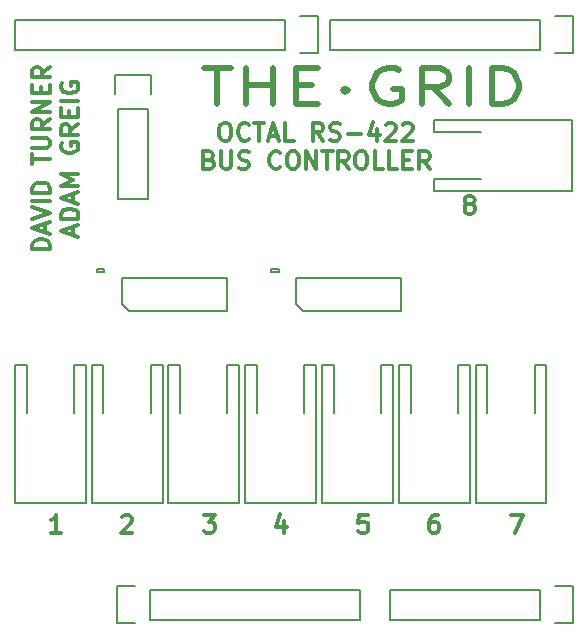
<source format=gto>
G04 #@! TF.FileFunction,Legend,Top*
%FSLAX46Y46*%
G04 Gerber Fmt 4.6, Leading zero omitted, Abs format (unit mm)*
G04 Created by KiCad (PCBNEW 4.0.2-4+6225~38~ubuntu15.10.1-stable) date Mon 28 Mar 2016 15:26:53 BST*
%MOMM*%
G01*
G04 APERTURE LIST*
%ADD10C,0.100000*%
%ADD11C,0.300000*%
%ADD12C,0.500000*%
%ADD13C,0.150000*%
G04 APERTURE END LIST*
D10*
D11*
X101857144Y-77821429D02*
X101714286Y-77750000D01*
X101642858Y-77678571D01*
X101571429Y-77535714D01*
X101571429Y-77464286D01*
X101642858Y-77321429D01*
X101714286Y-77250000D01*
X101857144Y-77178571D01*
X102142858Y-77178571D01*
X102285715Y-77250000D01*
X102357144Y-77321429D01*
X102428572Y-77464286D01*
X102428572Y-77535714D01*
X102357144Y-77678571D01*
X102285715Y-77750000D01*
X102142858Y-77821429D01*
X101857144Y-77821429D01*
X101714286Y-77892857D01*
X101642858Y-77964286D01*
X101571429Y-78107143D01*
X101571429Y-78392857D01*
X101642858Y-78535714D01*
X101714286Y-78607143D01*
X101857144Y-78678571D01*
X102142858Y-78678571D01*
X102285715Y-78607143D01*
X102357144Y-78535714D01*
X102428572Y-78392857D01*
X102428572Y-78107143D01*
X102357144Y-77964286D01*
X102285715Y-77892857D01*
X102142858Y-77821429D01*
X105500001Y-104178571D02*
X106500001Y-104178571D01*
X105857144Y-105678571D01*
X99285715Y-104178571D02*
X99000001Y-104178571D01*
X98857144Y-104250000D01*
X98785715Y-104321429D01*
X98642858Y-104535714D01*
X98571429Y-104821429D01*
X98571429Y-105392857D01*
X98642858Y-105535714D01*
X98714286Y-105607143D01*
X98857144Y-105678571D01*
X99142858Y-105678571D01*
X99285715Y-105607143D01*
X99357144Y-105535714D01*
X99428572Y-105392857D01*
X99428572Y-105035714D01*
X99357144Y-104892857D01*
X99285715Y-104821429D01*
X99142858Y-104750000D01*
X98857144Y-104750000D01*
X98714286Y-104821429D01*
X98642858Y-104892857D01*
X98571429Y-105035714D01*
X93357144Y-104178571D02*
X92642858Y-104178571D01*
X92571429Y-104892857D01*
X92642858Y-104821429D01*
X92785715Y-104750000D01*
X93142858Y-104750000D01*
X93285715Y-104821429D01*
X93357144Y-104892857D01*
X93428572Y-105035714D01*
X93428572Y-105392857D01*
X93357144Y-105535714D01*
X93285715Y-105607143D01*
X93142858Y-105678571D01*
X92785715Y-105678571D01*
X92642858Y-105607143D01*
X92571429Y-105535714D01*
X86285715Y-104678571D02*
X86285715Y-105678571D01*
X85928572Y-104107143D02*
X85571429Y-105178571D01*
X86500001Y-105178571D01*
X79500001Y-104178571D02*
X80428572Y-104178571D01*
X79928572Y-104750000D01*
X80142858Y-104750000D01*
X80285715Y-104821429D01*
X80357144Y-104892857D01*
X80428572Y-105035714D01*
X80428572Y-105392857D01*
X80357144Y-105535714D01*
X80285715Y-105607143D01*
X80142858Y-105678571D01*
X79714286Y-105678571D01*
X79571429Y-105607143D01*
X79500001Y-105535714D01*
X72571429Y-104321429D02*
X72642858Y-104250000D01*
X72785715Y-104178571D01*
X73142858Y-104178571D01*
X73285715Y-104250000D01*
X73357144Y-104321429D01*
X73428572Y-104464286D01*
X73428572Y-104607143D01*
X73357144Y-104821429D01*
X72500001Y-105678571D01*
X73428572Y-105678571D01*
X67428572Y-105678571D02*
X66571429Y-105678571D01*
X67000001Y-105678571D02*
X67000001Y-104178571D01*
X66857144Y-104392857D01*
X66714286Y-104535714D01*
X66571429Y-104607143D01*
X66478571Y-81678571D02*
X64978571Y-81678571D01*
X64978571Y-81321428D01*
X65050000Y-81107143D01*
X65192857Y-80964285D01*
X65335714Y-80892857D01*
X65621429Y-80821428D01*
X65835714Y-80821428D01*
X66121429Y-80892857D01*
X66264286Y-80964285D01*
X66407143Y-81107143D01*
X66478571Y-81321428D01*
X66478571Y-81678571D01*
X66050000Y-80250000D02*
X66050000Y-79535714D01*
X66478571Y-80392857D02*
X64978571Y-79892857D01*
X66478571Y-79392857D01*
X64978571Y-79107143D02*
X66478571Y-78607143D01*
X64978571Y-78107143D01*
X66478571Y-77607143D02*
X64978571Y-77607143D01*
X66478571Y-76892857D02*
X64978571Y-76892857D01*
X64978571Y-76535714D01*
X65050000Y-76321429D01*
X65192857Y-76178571D01*
X65335714Y-76107143D01*
X65621429Y-76035714D01*
X65835714Y-76035714D01*
X66121429Y-76107143D01*
X66264286Y-76178571D01*
X66407143Y-76321429D01*
X66478571Y-76535714D01*
X66478571Y-76892857D01*
X64978571Y-74464286D02*
X64978571Y-73607143D01*
X66478571Y-74035714D02*
X64978571Y-74035714D01*
X64978571Y-73107143D02*
X66192857Y-73107143D01*
X66335714Y-73035715D01*
X66407143Y-72964286D01*
X66478571Y-72821429D01*
X66478571Y-72535715D01*
X66407143Y-72392857D01*
X66335714Y-72321429D01*
X66192857Y-72250000D01*
X64978571Y-72250000D01*
X66478571Y-70678571D02*
X65764286Y-71178571D01*
X66478571Y-71535714D02*
X64978571Y-71535714D01*
X64978571Y-70964286D01*
X65050000Y-70821428D01*
X65121429Y-70750000D01*
X65264286Y-70678571D01*
X65478571Y-70678571D01*
X65621429Y-70750000D01*
X65692857Y-70821428D01*
X65764286Y-70964286D01*
X65764286Y-71535714D01*
X66478571Y-70035714D02*
X64978571Y-70035714D01*
X66478571Y-69178571D01*
X64978571Y-69178571D01*
X65692857Y-68464285D02*
X65692857Y-67964285D01*
X66478571Y-67749999D02*
X66478571Y-68464285D01*
X64978571Y-68464285D01*
X64978571Y-67749999D01*
X66478571Y-66249999D02*
X65764286Y-66749999D01*
X66478571Y-67107142D02*
X64978571Y-67107142D01*
X64978571Y-66535714D01*
X65050000Y-66392856D01*
X65121429Y-66321428D01*
X65264286Y-66249999D01*
X65478571Y-66249999D01*
X65621429Y-66321428D01*
X65692857Y-66392856D01*
X65764286Y-66535714D01*
X65764286Y-67107142D01*
X68450000Y-80464286D02*
X68450000Y-79750000D01*
X68878571Y-80607143D02*
X67378571Y-80107143D01*
X68878571Y-79607143D01*
X68878571Y-79107143D02*
X67378571Y-79107143D01*
X67378571Y-78750000D01*
X67450000Y-78535715D01*
X67592857Y-78392857D01*
X67735714Y-78321429D01*
X68021429Y-78250000D01*
X68235714Y-78250000D01*
X68521429Y-78321429D01*
X68664286Y-78392857D01*
X68807143Y-78535715D01*
X68878571Y-78750000D01*
X68878571Y-79107143D01*
X68450000Y-77678572D02*
X68450000Y-76964286D01*
X68878571Y-77821429D02*
X67378571Y-77321429D01*
X68878571Y-76821429D01*
X68878571Y-76321429D02*
X67378571Y-76321429D01*
X68450000Y-75821429D01*
X67378571Y-75321429D01*
X68878571Y-75321429D01*
X67450000Y-72678572D02*
X67378571Y-72821429D01*
X67378571Y-73035715D01*
X67450000Y-73250000D01*
X67592857Y-73392858D01*
X67735714Y-73464286D01*
X68021429Y-73535715D01*
X68235714Y-73535715D01*
X68521429Y-73464286D01*
X68664286Y-73392858D01*
X68807143Y-73250000D01*
X68878571Y-73035715D01*
X68878571Y-72892858D01*
X68807143Y-72678572D01*
X68735714Y-72607143D01*
X68235714Y-72607143D01*
X68235714Y-72892858D01*
X68878571Y-71107143D02*
X68164286Y-71607143D01*
X68878571Y-71964286D02*
X67378571Y-71964286D01*
X67378571Y-71392858D01*
X67450000Y-71250000D01*
X67521429Y-71178572D01*
X67664286Y-71107143D01*
X67878571Y-71107143D01*
X68021429Y-71178572D01*
X68092857Y-71250000D01*
X68164286Y-71392858D01*
X68164286Y-71964286D01*
X68092857Y-70464286D02*
X68092857Y-69964286D01*
X68878571Y-69750000D02*
X68878571Y-70464286D01*
X67378571Y-70464286D01*
X67378571Y-69750000D01*
X68878571Y-69107143D02*
X67378571Y-69107143D01*
X67450000Y-67607143D02*
X67378571Y-67750000D01*
X67378571Y-67964286D01*
X67450000Y-68178571D01*
X67592857Y-68321429D01*
X67735714Y-68392857D01*
X68021429Y-68464286D01*
X68235714Y-68464286D01*
X68521429Y-68392857D01*
X68664286Y-68321429D01*
X68807143Y-68178571D01*
X68878571Y-67964286D01*
X68878571Y-67821429D01*
X68807143Y-67607143D01*
X68735714Y-67535714D01*
X68235714Y-67535714D01*
X68235714Y-67821429D01*
X81178572Y-70978571D02*
X81464286Y-70978571D01*
X81607144Y-71050000D01*
X81750001Y-71192857D01*
X81821429Y-71478571D01*
X81821429Y-71978571D01*
X81750001Y-72264286D01*
X81607144Y-72407143D01*
X81464286Y-72478571D01*
X81178572Y-72478571D01*
X81035715Y-72407143D01*
X80892858Y-72264286D01*
X80821429Y-71978571D01*
X80821429Y-71478571D01*
X80892858Y-71192857D01*
X81035715Y-71050000D01*
X81178572Y-70978571D01*
X83321430Y-72335714D02*
X83250001Y-72407143D01*
X83035715Y-72478571D01*
X82892858Y-72478571D01*
X82678573Y-72407143D01*
X82535715Y-72264286D01*
X82464287Y-72121429D01*
X82392858Y-71835714D01*
X82392858Y-71621429D01*
X82464287Y-71335714D01*
X82535715Y-71192857D01*
X82678573Y-71050000D01*
X82892858Y-70978571D01*
X83035715Y-70978571D01*
X83250001Y-71050000D01*
X83321430Y-71121429D01*
X83750001Y-70978571D02*
X84607144Y-70978571D01*
X84178573Y-72478571D02*
X84178573Y-70978571D01*
X85035715Y-72050000D02*
X85750001Y-72050000D01*
X84892858Y-72478571D02*
X85392858Y-70978571D01*
X85892858Y-72478571D01*
X87107144Y-72478571D02*
X86392858Y-72478571D01*
X86392858Y-70978571D01*
X89607144Y-72478571D02*
X89107144Y-71764286D01*
X88750001Y-72478571D02*
X88750001Y-70978571D01*
X89321429Y-70978571D01*
X89464287Y-71050000D01*
X89535715Y-71121429D01*
X89607144Y-71264286D01*
X89607144Y-71478571D01*
X89535715Y-71621429D01*
X89464287Y-71692857D01*
X89321429Y-71764286D01*
X88750001Y-71764286D01*
X90178572Y-72407143D02*
X90392858Y-72478571D01*
X90750001Y-72478571D01*
X90892858Y-72407143D01*
X90964287Y-72335714D01*
X91035715Y-72192857D01*
X91035715Y-72050000D01*
X90964287Y-71907143D01*
X90892858Y-71835714D01*
X90750001Y-71764286D01*
X90464287Y-71692857D01*
X90321429Y-71621429D01*
X90250001Y-71550000D01*
X90178572Y-71407143D01*
X90178572Y-71264286D01*
X90250001Y-71121429D01*
X90321429Y-71050000D01*
X90464287Y-70978571D01*
X90821429Y-70978571D01*
X91035715Y-71050000D01*
X91678572Y-71907143D02*
X92821429Y-71907143D01*
X94178572Y-71478571D02*
X94178572Y-72478571D01*
X93821429Y-70907143D02*
X93464286Y-71978571D01*
X94392858Y-71978571D01*
X94892857Y-71121429D02*
X94964286Y-71050000D01*
X95107143Y-70978571D01*
X95464286Y-70978571D01*
X95607143Y-71050000D01*
X95678572Y-71121429D01*
X95750000Y-71264286D01*
X95750000Y-71407143D01*
X95678572Y-71621429D01*
X94821429Y-72478571D01*
X95750000Y-72478571D01*
X96321428Y-71121429D02*
X96392857Y-71050000D01*
X96535714Y-70978571D01*
X96892857Y-70978571D01*
X97035714Y-71050000D01*
X97107143Y-71121429D01*
X97178571Y-71264286D01*
X97178571Y-71407143D01*
X97107143Y-71621429D01*
X96250000Y-72478571D01*
X97178571Y-72478571D01*
X79964285Y-74092857D02*
X80178571Y-74164286D01*
X80249999Y-74235714D01*
X80321428Y-74378571D01*
X80321428Y-74592857D01*
X80249999Y-74735714D01*
X80178571Y-74807143D01*
X80035713Y-74878571D01*
X79464285Y-74878571D01*
X79464285Y-73378571D01*
X79964285Y-73378571D01*
X80107142Y-73450000D01*
X80178571Y-73521429D01*
X80249999Y-73664286D01*
X80249999Y-73807143D01*
X80178571Y-73950000D01*
X80107142Y-74021429D01*
X79964285Y-74092857D01*
X79464285Y-74092857D01*
X80964285Y-73378571D02*
X80964285Y-74592857D01*
X81035713Y-74735714D01*
X81107142Y-74807143D01*
X81249999Y-74878571D01*
X81535713Y-74878571D01*
X81678571Y-74807143D01*
X81749999Y-74735714D01*
X81821428Y-74592857D01*
X81821428Y-73378571D01*
X82464285Y-74807143D02*
X82678571Y-74878571D01*
X83035714Y-74878571D01*
X83178571Y-74807143D01*
X83250000Y-74735714D01*
X83321428Y-74592857D01*
X83321428Y-74450000D01*
X83250000Y-74307143D01*
X83178571Y-74235714D01*
X83035714Y-74164286D01*
X82750000Y-74092857D01*
X82607142Y-74021429D01*
X82535714Y-73950000D01*
X82464285Y-73807143D01*
X82464285Y-73664286D01*
X82535714Y-73521429D01*
X82607142Y-73450000D01*
X82750000Y-73378571D01*
X83107142Y-73378571D01*
X83321428Y-73450000D01*
X85964285Y-74735714D02*
X85892856Y-74807143D01*
X85678570Y-74878571D01*
X85535713Y-74878571D01*
X85321428Y-74807143D01*
X85178570Y-74664286D01*
X85107142Y-74521429D01*
X85035713Y-74235714D01*
X85035713Y-74021429D01*
X85107142Y-73735714D01*
X85178570Y-73592857D01*
X85321428Y-73450000D01*
X85535713Y-73378571D01*
X85678570Y-73378571D01*
X85892856Y-73450000D01*
X85964285Y-73521429D01*
X86892856Y-73378571D02*
X87178570Y-73378571D01*
X87321428Y-73450000D01*
X87464285Y-73592857D01*
X87535713Y-73878571D01*
X87535713Y-74378571D01*
X87464285Y-74664286D01*
X87321428Y-74807143D01*
X87178570Y-74878571D01*
X86892856Y-74878571D01*
X86749999Y-74807143D01*
X86607142Y-74664286D01*
X86535713Y-74378571D01*
X86535713Y-73878571D01*
X86607142Y-73592857D01*
X86749999Y-73450000D01*
X86892856Y-73378571D01*
X88178571Y-74878571D02*
X88178571Y-73378571D01*
X89035714Y-74878571D01*
X89035714Y-73378571D01*
X89535714Y-73378571D02*
X90392857Y-73378571D01*
X89964286Y-74878571D02*
X89964286Y-73378571D01*
X91750000Y-74878571D02*
X91250000Y-74164286D01*
X90892857Y-74878571D02*
X90892857Y-73378571D01*
X91464285Y-73378571D01*
X91607143Y-73450000D01*
X91678571Y-73521429D01*
X91750000Y-73664286D01*
X91750000Y-73878571D01*
X91678571Y-74021429D01*
X91607143Y-74092857D01*
X91464285Y-74164286D01*
X90892857Y-74164286D01*
X92678571Y-73378571D02*
X92964285Y-73378571D01*
X93107143Y-73450000D01*
X93250000Y-73592857D01*
X93321428Y-73878571D01*
X93321428Y-74378571D01*
X93250000Y-74664286D01*
X93107143Y-74807143D01*
X92964285Y-74878571D01*
X92678571Y-74878571D01*
X92535714Y-74807143D01*
X92392857Y-74664286D01*
X92321428Y-74378571D01*
X92321428Y-73878571D01*
X92392857Y-73592857D01*
X92535714Y-73450000D01*
X92678571Y-73378571D01*
X94678572Y-74878571D02*
X93964286Y-74878571D01*
X93964286Y-73378571D01*
X95892858Y-74878571D02*
X95178572Y-74878571D01*
X95178572Y-73378571D01*
X96392858Y-74092857D02*
X96892858Y-74092857D01*
X97107144Y-74878571D02*
X96392858Y-74878571D01*
X96392858Y-73378571D01*
X97107144Y-73378571D01*
X98607144Y-74878571D02*
X98107144Y-74164286D01*
X97750001Y-74878571D02*
X97750001Y-73378571D01*
X98321429Y-73378571D01*
X98464287Y-73450000D01*
X98535715Y-73521429D01*
X98607144Y-73664286D01*
X98607144Y-73878571D01*
X98535715Y-74021429D01*
X98464287Y-74092857D01*
X98321429Y-74164286D01*
X97750001Y-74164286D01*
D12*
X79476190Y-66357143D02*
X81761905Y-66357143D01*
X80619048Y-69357143D02*
X80619048Y-66357143D01*
X83095238Y-69357143D02*
X83095238Y-66357143D01*
X83095238Y-67785714D02*
X85380952Y-67785714D01*
X85380952Y-69357143D02*
X85380952Y-66357143D01*
X87285714Y-67785714D02*
X88619047Y-67785714D01*
X89190476Y-69357143D02*
X87285714Y-69357143D01*
X87285714Y-66357143D01*
X89190476Y-66357143D01*
X91476191Y-68071429D02*
X91285714Y-68214286D01*
X91476191Y-68357143D01*
X91666667Y-68214286D01*
X91476191Y-68071429D01*
X91476191Y-68357143D01*
X96047619Y-66500000D02*
X95666667Y-66357143D01*
X95095238Y-66357143D01*
X94523810Y-66500000D01*
X94142857Y-66785714D01*
X93952381Y-67071429D01*
X93761905Y-67642857D01*
X93761905Y-68071429D01*
X93952381Y-68642857D01*
X94142857Y-68928571D01*
X94523810Y-69214286D01*
X95095238Y-69357143D01*
X95476190Y-69357143D01*
X96047619Y-69214286D01*
X96238095Y-69071429D01*
X96238095Y-68071429D01*
X95476190Y-68071429D01*
X100238095Y-69357143D02*
X98904762Y-67928571D01*
X97952381Y-69357143D02*
X97952381Y-66357143D01*
X99476190Y-66357143D01*
X99857143Y-66500000D01*
X100047619Y-66642857D01*
X100238095Y-66928571D01*
X100238095Y-67357143D01*
X100047619Y-67642857D01*
X99857143Y-67785714D01*
X99476190Y-67928571D01*
X97952381Y-67928571D01*
X101952381Y-69357143D02*
X101952381Y-66357143D01*
X103857143Y-69357143D02*
X103857143Y-66357143D01*
X104809524Y-66357143D01*
X105380952Y-66500000D01*
X105761905Y-66785714D01*
X105952381Y-67071429D01*
X106142857Y-67642857D01*
X106142857Y-68071429D01*
X105952381Y-68642857D01*
X105761905Y-68928571D01*
X105380952Y-69214286D01*
X104809524Y-69357143D01*
X103857143Y-69357143D01*
D13*
X72555000Y-86325000D02*
X72555000Y-84075000D01*
X72555000Y-84075000D02*
X81445000Y-84075000D01*
X81445000Y-84075000D02*
X81445000Y-86925000D01*
X81445000Y-86925000D02*
X73155000Y-86925000D01*
X73155000Y-86925000D02*
X72555000Y-86325000D01*
X87305000Y-86325000D02*
X87305000Y-84075000D01*
X87305000Y-84075000D02*
X96195000Y-84075000D01*
X96195000Y-84075000D02*
X96195000Y-86925000D01*
X96195000Y-86925000D02*
X87905000Y-86925000D01*
X87905000Y-86925000D02*
X87305000Y-86325000D01*
X74930000Y-110490000D02*
X92710000Y-110490000D01*
X92710000Y-110490000D02*
X92710000Y-113030000D01*
X92710000Y-113030000D02*
X74930000Y-113030000D01*
X72110000Y-110210000D02*
X73660000Y-110210000D01*
X74930000Y-110490000D02*
X74930000Y-113030000D01*
X73660000Y-113310000D02*
X72110000Y-113310000D01*
X72110000Y-113310000D02*
X72110000Y-110210000D01*
X107950000Y-113030000D02*
X95250000Y-113030000D01*
X95250000Y-113030000D02*
X95250000Y-110490000D01*
X95250000Y-110490000D02*
X107950000Y-110490000D01*
X110770000Y-113310000D02*
X109220000Y-113310000D01*
X107950000Y-113030000D02*
X107950000Y-110490000D01*
X109220000Y-110210000D02*
X110770000Y-110210000D01*
X110770000Y-110210000D02*
X110770000Y-113310000D01*
X86360000Y-64770000D02*
X63500000Y-64770000D01*
X63500000Y-64770000D02*
X63500000Y-62230000D01*
X63500000Y-62230000D02*
X86360000Y-62230000D01*
X89180000Y-65050000D02*
X87630000Y-65050000D01*
X86360000Y-64770000D02*
X86360000Y-62230000D01*
X87630000Y-61950000D02*
X89180000Y-61950000D01*
X89180000Y-61950000D02*
X89180000Y-65050000D01*
X107950000Y-64770000D02*
X90170000Y-64770000D01*
X90170000Y-64770000D02*
X90170000Y-62230000D01*
X90170000Y-62230000D02*
X107950000Y-62230000D01*
X110770000Y-65050000D02*
X109220000Y-65050000D01*
X107950000Y-64770000D02*
X107950000Y-62230000D01*
X109220000Y-61950000D02*
X110770000Y-61950000D01*
X110770000Y-61950000D02*
X110770000Y-65050000D01*
X72230000Y-69770000D02*
X72230000Y-77390000D01*
X74770000Y-69770000D02*
X74770000Y-77390000D01*
X75050000Y-66950000D02*
X75050000Y-68500000D01*
X72230000Y-77390000D02*
X74770000Y-77390000D01*
X74770000Y-69770000D02*
X72230000Y-69770000D01*
X71950000Y-68500000D02*
X71950000Y-66950000D01*
X71950000Y-66950000D02*
X75050000Y-66950000D01*
X82500000Y-103200000D02*
X76500000Y-103200000D01*
X76500000Y-103200000D02*
X76500000Y-91500000D01*
X76500000Y-91500000D02*
X77500000Y-91500000D01*
X77500000Y-91500000D02*
X77500000Y-95500000D01*
X82500000Y-103200000D02*
X82500000Y-91500000D01*
X82500000Y-91500000D02*
X81500000Y-91500000D01*
X81500000Y-91500000D02*
X81500000Y-95500000D01*
X89000000Y-103200000D02*
X83000000Y-103200000D01*
X83000000Y-103200000D02*
X83000000Y-91500000D01*
X83000000Y-91500000D02*
X84000000Y-91500000D01*
X84000000Y-91500000D02*
X84000000Y-95500000D01*
X89000000Y-103200000D02*
X89000000Y-91500000D01*
X89000000Y-91500000D02*
X88000000Y-91500000D01*
X88000000Y-91500000D02*
X88000000Y-95500000D01*
X69500000Y-103200000D02*
X63500000Y-103200000D01*
X63500000Y-103200000D02*
X63500000Y-91500000D01*
X63500000Y-91500000D02*
X64500000Y-91500000D01*
X64500000Y-91500000D02*
X64500000Y-95500000D01*
X69500000Y-103200000D02*
X69500000Y-91500000D01*
X69500000Y-91500000D02*
X68500000Y-91500000D01*
X68500000Y-91500000D02*
X68500000Y-95500000D01*
X76000000Y-103200000D02*
X70000000Y-103200000D01*
X70000000Y-103200000D02*
X70000000Y-91500000D01*
X70000000Y-91500000D02*
X71000000Y-91500000D01*
X71000000Y-91500000D02*
X71000000Y-95500000D01*
X76000000Y-103200000D02*
X76000000Y-91500000D01*
X76000000Y-91500000D02*
X75000000Y-91500000D01*
X75000000Y-91500000D02*
X75000000Y-95500000D01*
X95500000Y-103200000D02*
X89500000Y-103200000D01*
X89500000Y-103200000D02*
X89500000Y-91500000D01*
X89500000Y-91500000D02*
X90500000Y-91500000D01*
X90500000Y-91500000D02*
X90500000Y-95500000D01*
X95500000Y-103200000D02*
X95500000Y-91500000D01*
X95500000Y-91500000D02*
X94500000Y-91500000D01*
X94500000Y-91500000D02*
X94500000Y-95500000D01*
X102000000Y-103200000D02*
X96000000Y-103200000D01*
X96000000Y-103200000D02*
X96000000Y-91500000D01*
X96000000Y-91500000D02*
X97000000Y-91500000D01*
X97000000Y-91500000D02*
X97000000Y-95500000D01*
X102000000Y-103200000D02*
X102000000Y-91500000D01*
X102000000Y-91500000D02*
X101000000Y-91500000D01*
X101000000Y-91500000D02*
X101000000Y-95500000D01*
X108500000Y-103200000D02*
X102500000Y-103200000D01*
X102500000Y-103200000D02*
X102500000Y-91500000D01*
X102500000Y-91500000D02*
X103500000Y-91500000D01*
X103500000Y-91500000D02*
X103500000Y-95500000D01*
X108500000Y-103200000D02*
X108500000Y-91500000D01*
X108500000Y-91500000D02*
X107500000Y-91500000D01*
X107500000Y-91500000D02*
X107500000Y-95500000D01*
X110700000Y-70750000D02*
X110700000Y-76750000D01*
X110700000Y-76750000D02*
X99000000Y-76750000D01*
X99000000Y-76750000D02*
X99000000Y-75750000D01*
X99000000Y-75750000D02*
X103000000Y-75750000D01*
X110700000Y-70750000D02*
X99000000Y-70750000D01*
X99000000Y-70750000D02*
X99000000Y-71750000D01*
X99000000Y-71750000D02*
X103000000Y-71750000D01*
X85825000Y-83375000D02*
X85825000Y-83625000D01*
X85825000Y-83625000D02*
X85175000Y-83625000D01*
X85175000Y-83625000D02*
X85175000Y-83375000D01*
X85175000Y-83375000D02*
X85825000Y-83375000D01*
X71075000Y-83375000D02*
X71075000Y-83625000D01*
X71075000Y-83625000D02*
X70425000Y-83625000D01*
X70425000Y-83625000D02*
X70425000Y-83375000D01*
X70425000Y-83375000D02*
X71075000Y-83375000D01*
M02*

</source>
